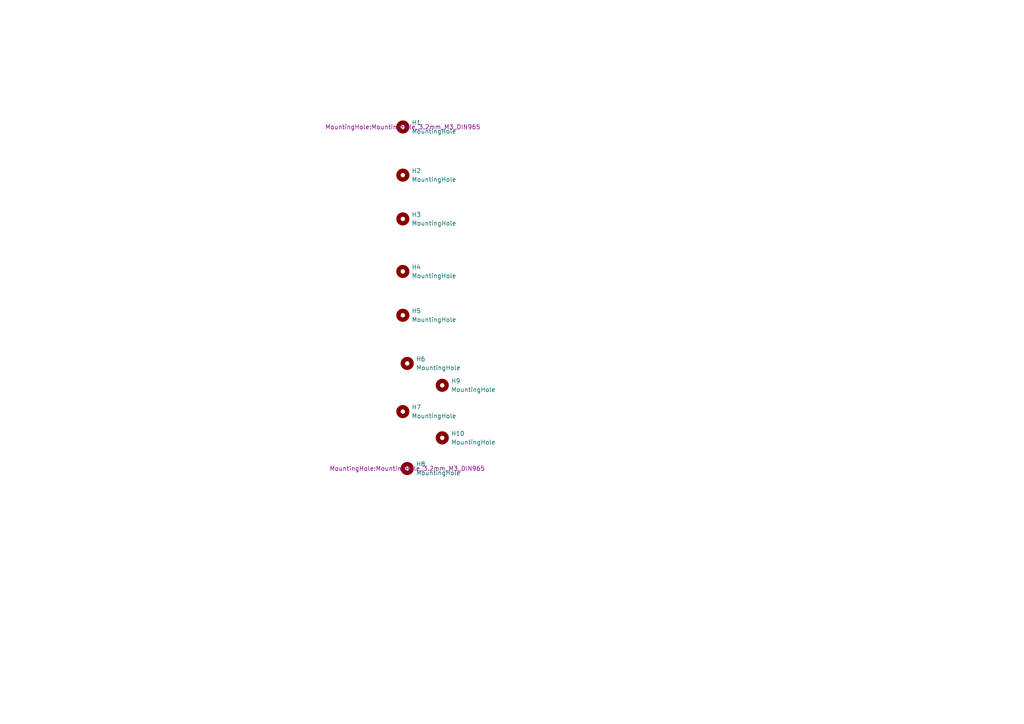
<source format=kicad_sch>
(kicad_sch (version 20250114) (generator "eeschema") (generator_version "9.0")
  (paper "A4")
  (lib_symbols
    (symbol "Mechanical:MountingHole" (pin_names (offset 1.016)) (in_bom no)
      (property "Reference" "H" (at 0 5.08 0))
      (property "Value" "MountingHole" (at 0 3.175 0))
      (symbol "MountingHole_0_1"
        (circle (center 0 0) (radius 1.27) (stroke (width 1.27)))
      )
    )
  )
  (symbol (lib_id "Mechanical:MountingHole") (at 128.27 111.76 0) (unit 1) (in_bom no)
    (property "Reference" "H9" (at 130.81 110.4899 0) (effects (justify left)))
    (property "Value" "MountingHole" (at 130.81 113.0299 0) (effects (justify left)))
    (property "Footprint" "MountingHole:MountingHole_3.2mm_M3_DIN965" (effects (hide yes)))
    (property "Description" "Mounting Hole without connection" (effects (hide yes)))
  )
  (symbol (lib_id "Mechanical:MountingHole") (at 116.84 119.38 0) (unit 1) (in_bom no)
    (property "Reference" "H7" (at 119.38 118.1099 0) (effects (justify left)))
    (property "Value" "MountingHole" (at 119.38 120.6499 0) (effects (justify left)))
    (property "Footprint" "AudioJacks:PanelHole_AudioJack_6.8mm" (effects (hide yes)))
    (property "Description" "Mounting Hole without connection" (effects (hide yes)))
  )
  (symbol (lib_id "Mechanical:MountingHole") (at 116.84 78.74 0) (unit 1) (in_bom no)
    (property "Reference" "H4" (at 119.38 77.4699 0) (effects (justify left)))
    (property "Value" "MountingHole" (at 119.38 80.0099 0) (effects (justify left)))
    (property "Footprint" "AudioJacks:PanelHole_Potentiometer_6.8mm_13mm_knob" (effects (hide yes)))
    (property "Description" "Mounting Hole without connection" (effects (hide yes)))
  )
  (symbol (lib_id "Mechanical:MountingHole") (at 116.84 36.83 0) (unit 1) (in_bom no)
    (property "Reference" "H1" (at 119.38 35.5599 0) (effects (justify left)))
    (property "Value" "MountingHole" (at 119.38 38.0999 0) (effects (justify left)))
    (property "Footprint" "MountingHole:MountingHole_3.2mm_M3_DIN965" (at 116.84 36.83 0))
    (property "Description" "Mounting Hole without connection" (effects (hide yes)))
  )
  (symbol (lib_id "Mechanical:MountingHole") (at 116.84 50.8 0) (unit 1) (in_bom no)
    (property "Reference" "H2" (at 119.38 49.5299 0) (effects (justify left)))
    (property "Value" "MountingHole" (at 119.38 52.0699 0) (effects (justify left)))
    (property "Footprint" "AudioJacks:PanelHole_AudioJack_6.8mm" (effects (hide yes)))
    (property "Description" "Mounting Hole without connection" (effects (hide yes)))
  )
  (symbol (lib_id "Mechanical:MountingHole") (at 128.27 127 0) (unit 1) (in_bom no)
    (property "Reference" "H10" (at 130.81 125.7299 0) (effects (justify left)))
    (property "Value" "MountingHole" (at 130.81 128.2699 0) (effects (justify left)))
    (property "Footprint" "MountingHole:MountingHole_3.2mm_M3_DIN965" (effects (hide yes)))
    (property "Description" "Mounting Hole without connection" (effects (hide yes)))
  )
  (symbol (lib_id "Mechanical:MountingHole") (at 116.84 63.5 0) (unit 1) (in_bom no)
    (property "Reference" "H3" (at 119.38 62.2299 0) (effects (justify left)))
    (property "Value" "MountingHole" (at 119.38 64.7699 0) (effects (justify left)))
    (property "Footprint" "AudioJacks:PanelHole_AudioJack_6.8mm" (effects (hide yes)))
    (property "Description" "Mounting Hole without connection" (effects (hide yes)))
  )
  (symbol (lib_id "Mechanical:MountingHole") (at 116.84 91.44 0) (unit 1) (in_bom no)
    (property "Reference" "H5" (at 119.38 90.1699 0) (effects (justify left)))
    (property "Value" "MountingHole" (at 119.38 92.7099 0) (effects (justify left)))
    (property "Footprint" "AudioJacks:PanelHole_Potentiometer_6.8mm_13mm_knob" (effects (hide yes)))
    (property "Description" "Mounting Hole without connection" (effects (hide yes)))
  )
  (symbol (lib_id "Mechanical:MountingHole") (at 118.11 105.41 0) (unit 1) (in_bom no)
    (property "Reference" "H6" (at 120.65 104.1399 0) (effects (justify left)))
    (property "Value" "MountingHole" (at 120.65 106.6799 0) (effects (justify left)))
    (property "Footprint" "AudioJacks:PanelHole_AudioJack_6.8mm" (effects (hide yes)))
    (property "Description" "Mounting Hole without connection" (effects (hide yes)))
  )
  (symbol (lib_id "Mechanical:MountingHole") (at 118.11 135.89 0) (unit 1) (in_bom no)
    (property "Reference" "H8" (at 120.65 134.6199 0) (effects (justify left)))
    (property "Value" "MountingHole" (at 120.65 137.1599 0) (effects (justify left)))
    (property "Footprint" "MountingHole:MountingHole_3.2mm_M3_DIN965" (at 118.11 135.89 0))
    (property "Description" "Mounting Hole without connection" (effects (hide yes)))
  )
)
</source>
